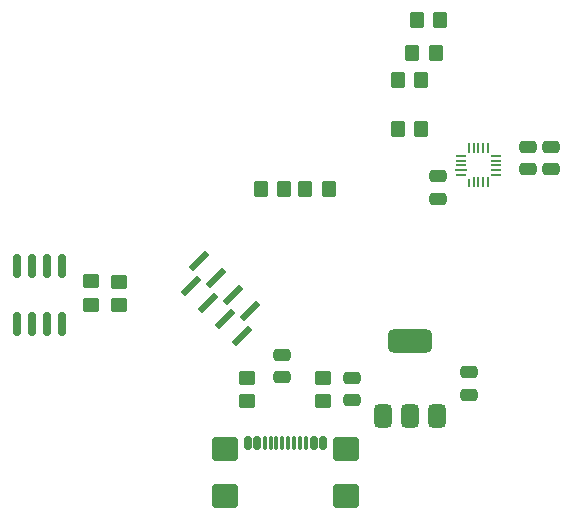
<source format=gbr>
%TF.GenerationSoftware,KiCad,Pcbnew,8.99.0-3406-g49ffbf5b50*%
%TF.CreationDate,2025-01-20T10:30:06+05:30*%
%TF.ProjectId,knob,6b6e6f62-2e6b-4696-9361-645f70636258,rev?*%
%TF.SameCoordinates,Original*%
%TF.FileFunction,Paste,Bot*%
%TF.FilePolarity,Positive*%
%FSLAX46Y46*%
G04 Gerber Fmt 4.6, Leading zero omitted, Abs format (unit mm)*
G04 Created by KiCad (PCBNEW 8.99.0-3406-g49ffbf5b50) date 2025-01-20 10:30:06*
%MOMM*%
%LPD*%
G01*
G04 APERTURE LIST*
G04 Aperture macros list*
%AMRoundRect*
0 Rectangle with rounded corners*
0 $1 Rounding radius*
0 $2 $3 $4 $5 $6 $7 $8 $9 X,Y pos of 4 corners*
0 Add a 4 corners polygon primitive as box body*
4,1,4,$2,$3,$4,$5,$6,$7,$8,$9,$2,$3,0*
0 Add four circle primitives for the rounded corners*
1,1,$1+$1,$2,$3*
1,1,$1+$1,$4,$5*
1,1,$1+$1,$6,$7*
1,1,$1+$1,$8,$9*
0 Add four rect primitives between the rounded corners*
20,1,$1+$1,$2,$3,$4,$5,0*
20,1,$1+$1,$4,$5,$6,$7,0*
20,1,$1+$1,$6,$7,$8,$9,0*
20,1,$1+$1,$8,$9,$2,$3,0*%
%AMRotRect*
0 Rectangle, with rotation*
0 The origin of the aperture is its center*
0 $1 length*
0 $2 width*
0 $3 Rotation angle, in degrees counterclockwise*
0 Add horizontal line*
21,1,$1,$2,0,0,$3*%
G04 Aperture macros list end*
%ADD10RoundRect,0.250000X-0.475000X0.250000X-0.475000X-0.250000X0.475000X-0.250000X0.475000X0.250000X0*%
%ADD11RoundRect,0.250000X-0.350000X-0.450000X0.350000X-0.450000X0.350000X0.450000X-0.350000X0.450000X0*%
%ADD12RoundRect,0.250000X0.450000X-0.350000X0.450000X0.350000X-0.450000X0.350000X-0.450000X-0.350000X0*%
%ADD13RoundRect,0.250000X0.350000X0.450000X-0.350000X0.450000X-0.350000X-0.450000X0.350000X-0.450000X0*%
%ADD14RoundRect,0.250000X-0.450000X0.350000X-0.450000X-0.350000X0.450000X-0.350000X0.450000X0.350000X0*%
%ADD15RotRect,1.950000X0.500000X45.000000*%
%ADD16RoundRect,0.150000X-0.150000X0.825000X-0.150000X-0.825000X0.150000X-0.825000X0.150000X0.825000X0*%
%ADD17RoundRect,0.150000X0.150000X0.425000X-0.150000X0.425000X-0.150000X-0.425000X0.150000X-0.425000X0*%
%ADD18RoundRect,0.075000X0.075000X0.500000X-0.075000X0.500000X-0.075000X-0.500000X0.075000X-0.500000X0*%
%ADD19RoundRect,0.250000X0.840000X0.750000X-0.840000X0.750000X-0.840000X-0.750000X0.840000X-0.750000X0*%
%ADD20RoundRect,0.250000X0.475000X-0.250000X0.475000X0.250000X-0.475000X0.250000X-0.475000X-0.250000X0*%
%ADD21RoundRect,0.022860X-0.383540X-0.053340X0.383540X-0.053340X0.383540X0.053340X-0.383540X0.053340X0*%
%ADD22RoundRect,0.022860X-0.427140X-0.053340X0.427140X-0.053340X0.427140X0.053340X-0.427140X0.053340X0*%
%ADD23RoundRect,0.021000X-0.385400X-0.049000X0.385400X-0.049000X0.385400X0.049000X-0.385400X0.049000X0*%
%ADD24RoundRect,0.022860X-0.053340X-0.383540X0.053340X-0.383540X0.053340X0.383540X-0.053340X0.383540X0*%
%ADD25RoundRect,0.022860X-0.053340X-0.333540X0.053340X-0.333540X0.053340X0.333540X-0.053340X0.333540X0*%
%ADD26RoundRect,0.375000X0.375000X-0.625000X0.375000X0.625000X-0.375000X0.625000X-0.375000X-0.625000X0*%
%ADD27RoundRect,0.500000X1.400000X-0.500000X1.400000X0.500000X-1.400000X0.500000X-1.400000X-0.500000X0*%
G04 APERTURE END LIST*
D10*
%TO.C,C6*%
X105630000Y-111940000D03*
X105630000Y-113840000D03*
%TD*%
D11*
%TO.C,R3*%
X101700000Y-95920000D03*
X103700000Y-95920000D03*
%TD*%
D12*
%TO.C,R1*%
X96790000Y-113900000D03*
X96790000Y-111900000D03*
%TD*%
D10*
%TO.C,C3*%
X122510000Y-92370000D03*
X122510000Y-94270000D03*
%TD*%
D13*
%TO.C,R5*%
X99910000Y-95920000D03*
X97910000Y-95920000D03*
%TD*%
D14*
%TO.C,R10*%
X85950000Y-103780000D03*
X85950000Y-105780000D03*
%TD*%
D15*
%TO.C,J2*%
X96298428Y-108378427D03*
X96970179Y-106292462D03*
X94884214Y-106964213D03*
X95555966Y-104878248D03*
X93470000Y-105550000D03*
X94141752Y-103464035D03*
X92055787Y-104135786D03*
X92727538Y-102049821D03*
%TD*%
D16*
%TO.C,Q1*%
X77300000Y-102435000D03*
X78570000Y-102435000D03*
X79840000Y-102435000D03*
X81110000Y-102435000D03*
X81110000Y-107385000D03*
X79840000Y-107385000D03*
X78570000Y-107385000D03*
X77300000Y-107385000D03*
%TD*%
D17*
%TO.C,J1*%
X103200000Y-117410000D03*
X102400000Y-117410000D03*
D18*
X101250000Y-117410000D03*
X100250000Y-117410000D03*
X99750000Y-117410000D03*
X98750000Y-117410000D03*
D17*
X97600000Y-117410000D03*
X96800000Y-117410000D03*
X96800000Y-117410000D03*
X97600000Y-117410000D03*
D18*
X98250000Y-117410000D03*
X99250000Y-117410000D03*
X100750000Y-117410000D03*
X101750000Y-117410000D03*
D17*
X102400000Y-117410000D03*
X103200000Y-117410000D03*
D19*
X105110000Y-121915000D03*
X105110000Y-117985000D03*
X94890000Y-121915000D03*
X94890000Y-117985000D03*
%TD*%
D11*
%TO.C,R4*%
X109530000Y-86700000D03*
X111530000Y-86700000D03*
%TD*%
D14*
%TO.C,R9*%
X83510000Y-103720000D03*
X83510000Y-105720000D03*
%TD*%
D11*
%TO.C,R6*%
X111120000Y-81650000D03*
X113120000Y-81650000D03*
%TD*%
D20*
%TO.C,C7*%
X115510000Y-113360000D03*
X115510000Y-111460000D03*
%TD*%
D10*
%TO.C,C4*%
X120530000Y-92380000D03*
X120530000Y-94280000D03*
%TD*%
%TO.C,C2*%
X112900000Y-94860000D03*
X112900000Y-96760000D03*
%TD*%
D20*
%TO.C,C11*%
X99730000Y-111890000D03*
X99730000Y-109990000D03*
%TD*%
D12*
%TO.C,R2*%
X103190000Y-113900000D03*
X103190000Y-111900000D03*
%TD*%
D13*
%TO.C,R7*%
X111510000Y-90880000D03*
X109510000Y-90880000D03*
%TD*%
D21*
%TO.C,U3*%
X114900000Y-94730000D03*
D22*
X114840000Y-94330000D03*
D21*
X114900000Y-93930000D03*
D23*
X114900000Y-93530000D03*
D21*
X114900000Y-93130000D03*
D24*
X115550000Y-92480000D03*
X115950000Y-92480000D03*
X116350000Y-92480000D03*
X116750000Y-92480000D03*
X117150000Y-92480000D03*
D21*
X117800000Y-93130000D03*
X117800000Y-93530000D03*
X117800000Y-93930000D03*
X117800000Y-94330000D03*
X117800000Y-94730000D03*
D24*
X117150000Y-95380000D03*
X116750000Y-95380000D03*
X116350000Y-95380000D03*
X115950000Y-95380000D03*
D25*
X115550000Y-95400000D03*
%TD*%
D26*
%TO.C,U6*%
X112882500Y-115120000D03*
X110582500Y-115120000D03*
D27*
X110582500Y-108820000D03*
D26*
X108282500Y-115120000D03*
%TD*%
D11*
%TO.C,R8*%
X110760000Y-84390000D03*
X112760000Y-84390000D03*
%TD*%
M02*

</source>
